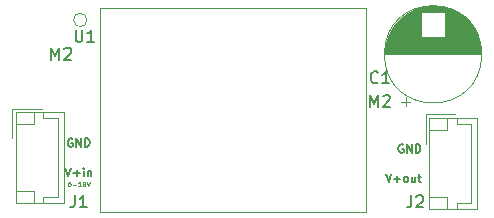
<source format=gbr>
G04 #@! TF.GenerationSoftware,KiCad,Pcbnew,5.1.5-52549c5~84~ubuntu18.04.1*
G04 #@! TF.CreationDate,2020-02-24T15:44:40+01:00*
G04 #@! TF.ProjectId,osat_dcdc_board,6f736174-5f64-4636-9463-5f626f617264,rev?*
G04 #@! TF.SameCoordinates,Original*
G04 #@! TF.FileFunction,Legend,Top*
G04 #@! TF.FilePolarity,Positive*
%FSLAX46Y46*%
G04 Gerber Fmt 4.6, Leading zero omitted, Abs format (unit mm)*
G04 Created by KiCad (PCBNEW 5.1.5-52549c5~84~ubuntu18.04.1) date 2020-02-24 15:44:40*
%MOMM*%
%LPD*%
G04 APERTURE LIST*
%ADD10C,0.150000*%
%ADD11C,0.100000*%
%ADD12C,0.120000*%
G04 APERTURE END LIST*
D10*
X154000000Y-112616666D02*
X154233333Y-113316666D01*
X154466666Y-112616666D01*
X154700000Y-113050000D02*
X155233333Y-113050000D01*
X154966666Y-113316666D02*
X154966666Y-112783333D01*
X155666666Y-113316666D02*
X155600000Y-113283333D01*
X155566666Y-113250000D01*
X155533333Y-113183333D01*
X155533333Y-112983333D01*
X155566666Y-112916666D01*
X155600000Y-112883333D01*
X155666666Y-112850000D01*
X155766666Y-112850000D01*
X155833333Y-112883333D01*
X155866666Y-112916666D01*
X155900000Y-112983333D01*
X155900000Y-113183333D01*
X155866666Y-113250000D01*
X155833333Y-113283333D01*
X155766666Y-113316666D01*
X155666666Y-113316666D01*
X156500000Y-112850000D02*
X156500000Y-113316666D01*
X156200000Y-112850000D02*
X156200000Y-113216666D01*
X156233333Y-113283333D01*
X156300000Y-113316666D01*
X156400000Y-113316666D01*
X156466666Y-113283333D01*
X156500000Y-113250000D01*
X156733333Y-112850000D02*
X157000000Y-112850000D01*
X156833333Y-112616666D02*
X156833333Y-113216666D01*
X156866666Y-113283333D01*
X156933333Y-113316666D01*
X157000000Y-113316666D01*
X155466666Y-110150000D02*
X155400000Y-110116666D01*
X155300000Y-110116666D01*
X155200000Y-110150000D01*
X155133333Y-110216666D01*
X155100000Y-110283333D01*
X155066666Y-110416666D01*
X155066666Y-110516666D01*
X155100000Y-110650000D01*
X155133333Y-110716666D01*
X155200000Y-110783333D01*
X155300000Y-110816666D01*
X155366666Y-110816666D01*
X155466666Y-110783333D01*
X155500000Y-110750000D01*
X155500000Y-110516666D01*
X155366666Y-110516666D01*
X155800000Y-110816666D02*
X155800000Y-110116666D01*
X156200000Y-110816666D01*
X156200000Y-110116666D01*
X156533333Y-110816666D02*
X156533333Y-110116666D01*
X156700000Y-110116666D01*
X156800000Y-110150000D01*
X156866666Y-110216666D01*
X156900000Y-110283333D01*
X156933333Y-110416666D01*
X156933333Y-110516666D01*
X156900000Y-110650000D01*
X156866666Y-110716666D01*
X156800000Y-110783333D01*
X156700000Y-110816666D01*
X156533333Y-110816666D01*
D11*
X127276190Y-113280952D02*
X127200000Y-113280952D01*
X127161904Y-113300000D01*
X127142857Y-113319047D01*
X127104761Y-113376190D01*
X127085714Y-113452380D01*
X127085714Y-113604761D01*
X127104761Y-113642857D01*
X127123809Y-113661904D01*
X127161904Y-113680952D01*
X127238095Y-113680952D01*
X127276190Y-113661904D01*
X127295238Y-113642857D01*
X127314285Y-113604761D01*
X127314285Y-113509523D01*
X127295238Y-113471428D01*
X127276190Y-113452380D01*
X127238095Y-113433333D01*
X127161904Y-113433333D01*
X127123809Y-113452380D01*
X127104761Y-113471428D01*
X127085714Y-113509523D01*
X127485714Y-113528571D02*
X127790476Y-113528571D01*
X128190476Y-113680952D02*
X127961904Y-113680952D01*
X128076190Y-113680952D02*
X128076190Y-113280952D01*
X128038095Y-113338095D01*
X128000000Y-113376190D01*
X127961904Y-113395238D01*
X128419047Y-113452380D02*
X128380952Y-113433333D01*
X128361904Y-113414285D01*
X128342857Y-113376190D01*
X128342857Y-113357142D01*
X128361904Y-113319047D01*
X128380952Y-113300000D01*
X128419047Y-113280952D01*
X128495238Y-113280952D01*
X128533333Y-113300000D01*
X128552380Y-113319047D01*
X128571428Y-113357142D01*
X128571428Y-113376190D01*
X128552380Y-113414285D01*
X128533333Y-113433333D01*
X128495238Y-113452380D01*
X128419047Y-113452380D01*
X128380952Y-113471428D01*
X128361904Y-113490476D01*
X128342857Y-113528571D01*
X128342857Y-113604761D01*
X128361904Y-113642857D01*
X128380952Y-113661904D01*
X128419047Y-113680952D01*
X128495238Y-113680952D01*
X128533333Y-113661904D01*
X128552380Y-113642857D01*
X128571428Y-113604761D01*
X128571428Y-113528571D01*
X128552380Y-113490476D01*
X128533333Y-113471428D01*
X128495238Y-113452380D01*
X128685714Y-113280952D02*
X128819047Y-113680952D01*
X128952380Y-113280952D01*
D10*
X126850000Y-112116666D02*
X127083333Y-112816666D01*
X127316666Y-112116666D01*
X127550000Y-112550000D02*
X128083333Y-112550000D01*
X127816666Y-112816666D02*
X127816666Y-112283333D01*
X128416666Y-112816666D02*
X128416666Y-112350000D01*
X128416666Y-112116666D02*
X128383333Y-112150000D01*
X128416666Y-112183333D01*
X128450000Y-112150000D01*
X128416666Y-112116666D01*
X128416666Y-112183333D01*
X128750000Y-112350000D02*
X128750000Y-112816666D01*
X128750000Y-112416666D02*
X128783333Y-112383333D01*
X128850000Y-112350000D01*
X128950000Y-112350000D01*
X129016666Y-112383333D01*
X129050000Y-112450000D01*
X129050000Y-112816666D01*
X127466666Y-109650000D02*
X127400000Y-109616666D01*
X127300000Y-109616666D01*
X127200000Y-109650000D01*
X127133333Y-109716666D01*
X127100000Y-109783333D01*
X127066666Y-109916666D01*
X127066666Y-110016666D01*
X127100000Y-110150000D01*
X127133333Y-110216666D01*
X127200000Y-110283333D01*
X127300000Y-110316666D01*
X127366666Y-110316666D01*
X127466666Y-110283333D01*
X127500000Y-110250000D01*
X127500000Y-110016666D01*
X127366666Y-110016666D01*
X127800000Y-110316666D02*
X127800000Y-109616666D01*
X128200000Y-110316666D01*
X128200000Y-109616666D01*
X128533333Y-110316666D02*
X128533333Y-109616666D01*
X128700000Y-109616666D01*
X128800000Y-109650000D01*
X128866666Y-109716666D01*
X128900000Y-109783333D01*
X128933333Y-109916666D01*
X128933333Y-110016666D01*
X128900000Y-110150000D01*
X128866666Y-110216666D01*
X128800000Y-110283333D01*
X128700000Y-110316666D01*
X128533333Y-110316666D01*
D12*
X126710000Y-107390000D02*
X122690000Y-107390000D01*
X122690000Y-107390000D02*
X122690000Y-115110000D01*
X122690000Y-115110000D02*
X126710000Y-115110000D01*
X126710000Y-115110000D02*
X126710000Y-107390000D01*
X125000000Y-107390000D02*
X125000000Y-107890000D01*
X125000000Y-107890000D02*
X126210000Y-107890000D01*
X126210000Y-107890000D02*
X126210000Y-114610000D01*
X126210000Y-114610000D02*
X125000000Y-114610000D01*
X125000000Y-114610000D02*
X125000000Y-115110000D01*
X124190000Y-107390000D02*
X124190000Y-108390000D01*
X124190000Y-108390000D02*
X122690000Y-108390000D01*
X124190000Y-115110000D02*
X124190000Y-114110000D01*
X124190000Y-114110000D02*
X122690000Y-114110000D01*
X124890000Y-107090000D02*
X122390000Y-107090000D01*
X122390000Y-107090000D02*
X122390000Y-109590000D01*
X157390000Y-107590000D02*
X157390000Y-110090000D01*
X159890000Y-107590000D02*
X157390000Y-107590000D01*
X159190000Y-114610000D02*
X157690000Y-114610000D01*
X159190000Y-115610000D02*
X159190000Y-114610000D01*
X159190000Y-108890000D02*
X157690000Y-108890000D01*
X159190000Y-107890000D02*
X159190000Y-108890000D01*
X160000000Y-115110000D02*
X160000000Y-115610000D01*
X161210000Y-115110000D02*
X160000000Y-115110000D01*
X161210000Y-108390000D02*
X161210000Y-115110000D01*
X160000000Y-108390000D02*
X161210000Y-108390000D01*
X160000000Y-107890000D02*
X160000000Y-108390000D01*
X161710000Y-115610000D02*
X161710000Y-107890000D01*
X157690000Y-115610000D02*
X161710000Y-115610000D01*
X157690000Y-107890000D02*
X157690000Y-115610000D01*
X161710000Y-107890000D02*
X157690000Y-107890000D01*
X129831962Y-98560001D02*
X152331962Y-98560001D01*
X152331962Y-98560001D02*
X152331962Y-115860001D01*
X129831962Y-115860001D02*
X152331962Y-115860001D01*
X129831962Y-115860001D02*
X129831962Y-98560001D01*
X128695923Y-99590001D02*
G75*
G03X128695923Y-99590001I-567961J0D01*
G01*
X162120000Y-102500000D02*
G75*
G03X162120000Y-102500000I-4120000J0D01*
G01*
X153920000Y-102500000D02*
X162080000Y-102500000D01*
X153920000Y-102460000D02*
X162080000Y-102460000D01*
X153920000Y-102420000D02*
X162080000Y-102420000D01*
X153921000Y-102380000D02*
X162079000Y-102380000D01*
X153923000Y-102340000D02*
X162077000Y-102340000D01*
X153924000Y-102300000D02*
X162076000Y-102300000D01*
X153926000Y-102260000D02*
X162074000Y-102260000D01*
X153929000Y-102220000D02*
X162071000Y-102220000D01*
X153932000Y-102180000D02*
X162068000Y-102180000D01*
X153935000Y-102140000D02*
X162065000Y-102140000D01*
X153939000Y-102100000D02*
X162061000Y-102100000D01*
X153943000Y-102060000D02*
X162057000Y-102060000D01*
X153948000Y-102020000D02*
X162052000Y-102020000D01*
X153952000Y-101980000D02*
X162048000Y-101980000D01*
X153958000Y-101940000D02*
X162042000Y-101940000D01*
X153963000Y-101900000D02*
X162037000Y-101900000D01*
X153970000Y-101860000D02*
X162030000Y-101860000D01*
X153976000Y-101820000D02*
X162024000Y-101820000D01*
X153983000Y-101779000D02*
X162017000Y-101779000D01*
X153990000Y-101739000D02*
X162010000Y-101739000D01*
X153998000Y-101699000D02*
X162002000Y-101699000D01*
X154006000Y-101659000D02*
X161994000Y-101659000D01*
X154015000Y-101619000D02*
X161985000Y-101619000D01*
X154024000Y-101579000D02*
X161976000Y-101579000D01*
X154033000Y-101539000D02*
X161967000Y-101539000D01*
X154043000Y-101499000D02*
X161957000Y-101499000D01*
X154053000Y-101459000D02*
X161947000Y-101459000D01*
X154064000Y-101419000D02*
X161936000Y-101419000D01*
X154075000Y-101379000D02*
X161925000Y-101379000D01*
X154086000Y-101339000D02*
X161914000Y-101339000D01*
X154098000Y-101299000D02*
X161902000Y-101299000D01*
X154111000Y-101259000D02*
X161889000Y-101259000D01*
X154123000Y-101219000D02*
X161877000Y-101219000D01*
X154137000Y-101179000D02*
X161863000Y-101179000D01*
X154150000Y-101139000D02*
X161850000Y-101139000D01*
X154165000Y-101099000D02*
X161835000Y-101099000D01*
X154179000Y-101059000D02*
X161821000Y-101059000D01*
X154195000Y-101019000D02*
X156960000Y-101019000D01*
X159040000Y-101019000D02*
X161805000Y-101019000D01*
X154210000Y-100979000D02*
X156960000Y-100979000D01*
X159040000Y-100979000D02*
X161790000Y-100979000D01*
X154226000Y-100939000D02*
X156960000Y-100939000D01*
X159040000Y-100939000D02*
X161774000Y-100939000D01*
X154243000Y-100899000D02*
X156960000Y-100899000D01*
X159040000Y-100899000D02*
X161757000Y-100899000D01*
X154260000Y-100859000D02*
X156960000Y-100859000D01*
X159040000Y-100859000D02*
X161740000Y-100859000D01*
X154278000Y-100819000D02*
X156960000Y-100819000D01*
X159040000Y-100819000D02*
X161722000Y-100819000D01*
X154296000Y-100779000D02*
X156960000Y-100779000D01*
X159040000Y-100779000D02*
X161704000Y-100779000D01*
X154314000Y-100739000D02*
X156960000Y-100739000D01*
X159040000Y-100739000D02*
X161686000Y-100739000D01*
X154334000Y-100699000D02*
X156960000Y-100699000D01*
X159040000Y-100699000D02*
X161666000Y-100699000D01*
X154353000Y-100659000D02*
X156960000Y-100659000D01*
X159040000Y-100659000D02*
X161647000Y-100659000D01*
X154373000Y-100619000D02*
X156960000Y-100619000D01*
X159040000Y-100619000D02*
X161627000Y-100619000D01*
X154394000Y-100579000D02*
X156960000Y-100579000D01*
X159040000Y-100579000D02*
X161606000Y-100579000D01*
X154416000Y-100539000D02*
X156960000Y-100539000D01*
X159040000Y-100539000D02*
X161584000Y-100539000D01*
X154438000Y-100499000D02*
X156960000Y-100499000D01*
X159040000Y-100499000D02*
X161562000Y-100499000D01*
X154460000Y-100459000D02*
X156960000Y-100459000D01*
X159040000Y-100459000D02*
X161540000Y-100459000D01*
X154483000Y-100419000D02*
X156960000Y-100419000D01*
X159040000Y-100419000D02*
X161517000Y-100419000D01*
X154507000Y-100379000D02*
X156960000Y-100379000D01*
X159040000Y-100379000D02*
X161493000Y-100379000D01*
X154531000Y-100339000D02*
X156960000Y-100339000D01*
X159040000Y-100339000D02*
X161469000Y-100339000D01*
X154556000Y-100299000D02*
X156960000Y-100299000D01*
X159040000Y-100299000D02*
X161444000Y-100299000D01*
X154582000Y-100259000D02*
X156960000Y-100259000D01*
X159040000Y-100259000D02*
X161418000Y-100259000D01*
X154608000Y-100219000D02*
X156960000Y-100219000D01*
X159040000Y-100219000D02*
X161392000Y-100219000D01*
X154635000Y-100179000D02*
X156960000Y-100179000D01*
X159040000Y-100179000D02*
X161365000Y-100179000D01*
X154662000Y-100139000D02*
X156960000Y-100139000D01*
X159040000Y-100139000D02*
X161338000Y-100139000D01*
X154691000Y-100099000D02*
X156960000Y-100099000D01*
X159040000Y-100099000D02*
X161309000Y-100099000D01*
X154720000Y-100059000D02*
X156960000Y-100059000D01*
X159040000Y-100059000D02*
X161280000Y-100059000D01*
X154750000Y-100019000D02*
X156960000Y-100019000D01*
X159040000Y-100019000D02*
X161250000Y-100019000D01*
X154780000Y-99979000D02*
X156960000Y-99979000D01*
X159040000Y-99979000D02*
X161220000Y-99979000D01*
X154811000Y-99939000D02*
X156960000Y-99939000D01*
X159040000Y-99939000D02*
X161189000Y-99939000D01*
X154844000Y-99899000D02*
X156960000Y-99899000D01*
X159040000Y-99899000D02*
X161156000Y-99899000D01*
X154876000Y-99859000D02*
X156960000Y-99859000D01*
X159040000Y-99859000D02*
X161124000Y-99859000D01*
X154910000Y-99819000D02*
X156960000Y-99819000D01*
X159040000Y-99819000D02*
X161090000Y-99819000D01*
X154945000Y-99779000D02*
X156960000Y-99779000D01*
X159040000Y-99779000D02*
X161055000Y-99779000D01*
X154981000Y-99739000D02*
X156960000Y-99739000D01*
X159040000Y-99739000D02*
X161019000Y-99739000D01*
X155017000Y-99699000D02*
X156960000Y-99699000D01*
X159040000Y-99699000D02*
X160983000Y-99699000D01*
X155055000Y-99659000D02*
X156960000Y-99659000D01*
X159040000Y-99659000D02*
X160945000Y-99659000D01*
X155093000Y-99619000D02*
X156960000Y-99619000D01*
X159040000Y-99619000D02*
X160907000Y-99619000D01*
X155133000Y-99579000D02*
X156960000Y-99579000D01*
X159040000Y-99579000D02*
X160867000Y-99579000D01*
X155174000Y-99539000D02*
X156960000Y-99539000D01*
X159040000Y-99539000D02*
X160826000Y-99539000D01*
X155216000Y-99499000D02*
X156960000Y-99499000D01*
X159040000Y-99499000D02*
X160784000Y-99499000D01*
X155259000Y-99459000D02*
X156960000Y-99459000D01*
X159040000Y-99459000D02*
X160741000Y-99459000D01*
X155303000Y-99419000D02*
X156960000Y-99419000D01*
X159040000Y-99419000D02*
X160697000Y-99419000D01*
X155349000Y-99379000D02*
X156960000Y-99379000D01*
X159040000Y-99379000D02*
X160651000Y-99379000D01*
X155396000Y-99339000D02*
X156960000Y-99339000D01*
X159040000Y-99339000D02*
X160604000Y-99339000D01*
X155444000Y-99299000D02*
X156960000Y-99299000D01*
X159040000Y-99299000D02*
X160556000Y-99299000D01*
X155495000Y-99259000D02*
X156960000Y-99259000D01*
X159040000Y-99259000D02*
X160505000Y-99259000D01*
X155546000Y-99219000D02*
X156960000Y-99219000D01*
X159040000Y-99219000D02*
X160454000Y-99219000D01*
X155600000Y-99179000D02*
X156960000Y-99179000D01*
X159040000Y-99179000D02*
X160400000Y-99179000D01*
X155655000Y-99139000D02*
X156960000Y-99139000D01*
X159040000Y-99139000D02*
X160345000Y-99139000D01*
X155713000Y-99099000D02*
X156960000Y-99099000D01*
X159040000Y-99099000D02*
X160287000Y-99099000D01*
X155772000Y-99059000D02*
X156960000Y-99059000D01*
X159040000Y-99059000D02*
X160228000Y-99059000D01*
X155834000Y-99019000D02*
X156960000Y-99019000D01*
X159040000Y-99019000D02*
X160166000Y-99019000D01*
X155898000Y-98979000D02*
X156960000Y-98979000D01*
X159040000Y-98979000D02*
X160102000Y-98979000D01*
X155966000Y-98939000D02*
X160034000Y-98939000D01*
X156036000Y-98899000D02*
X159964000Y-98899000D01*
X156110000Y-98859000D02*
X159890000Y-98859000D01*
X156187000Y-98819000D02*
X159813000Y-98819000D01*
X156269000Y-98779000D02*
X159731000Y-98779000D01*
X156355000Y-98739000D02*
X159645000Y-98739000D01*
X156448000Y-98699000D02*
X159552000Y-98699000D01*
X156547000Y-98659000D02*
X159453000Y-98659000D01*
X156654000Y-98619000D02*
X159346000Y-98619000D01*
X156771000Y-98579000D02*
X159229000Y-98579000D01*
X156902000Y-98539000D02*
X159098000Y-98539000D01*
X157052000Y-98499000D02*
X158948000Y-98499000D01*
X157232000Y-98459000D02*
X158768000Y-98459000D01*
X157467000Y-98419000D02*
X158533000Y-98419000D01*
X155685000Y-106909698D02*
X155685000Y-106109698D01*
X155285000Y-106509698D02*
X156085000Y-106509698D01*
D10*
X152690476Y-106952380D02*
X152690476Y-105952380D01*
X153023809Y-106666666D01*
X153357142Y-105952380D01*
X153357142Y-106952380D01*
X153785714Y-106047619D02*
X153833333Y-106000000D01*
X153928571Y-105952380D01*
X154166666Y-105952380D01*
X154261904Y-106000000D01*
X154309523Y-106047619D01*
X154357142Y-106142857D01*
X154357142Y-106238095D01*
X154309523Y-106380952D01*
X153738095Y-106952380D01*
X154357142Y-106952380D01*
X125690476Y-102952380D02*
X125690476Y-101952380D01*
X126023809Y-102666666D01*
X126357142Y-101952380D01*
X126357142Y-102952380D01*
X126785714Y-102047619D02*
X126833333Y-102000000D01*
X126928571Y-101952380D01*
X127166666Y-101952380D01*
X127261904Y-102000000D01*
X127309523Y-102047619D01*
X127357142Y-102142857D01*
X127357142Y-102238095D01*
X127309523Y-102380952D01*
X126738095Y-102952380D01*
X127357142Y-102952380D01*
X127666666Y-114452380D02*
X127666666Y-115166666D01*
X127619047Y-115309523D01*
X127523809Y-115404761D01*
X127380952Y-115452380D01*
X127285714Y-115452380D01*
X128666666Y-115452380D02*
X128095238Y-115452380D01*
X128380952Y-115452380D02*
X128380952Y-114452380D01*
X128285714Y-114595238D01*
X128190476Y-114690476D01*
X128095238Y-114738095D01*
X156166666Y-114452380D02*
X156166666Y-115166666D01*
X156119047Y-115309523D01*
X156023809Y-115404761D01*
X155880952Y-115452380D01*
X155785714Y-115452380D01*
X156595238Y-114547619D02*
X156642857Y-114500000D01*
X156738095Y-114452380D01*
X156976190Y-114452380D01*
X157071428Y-114500000D01*
X157119047Y-114547619D01*
X157166666Y-114642857D01*
X157166666Y-114738095D01*
X157119047Y-114880952D01*
X156547619Y-115452380D01*
X157166666Y-115452380D01*
X127738095Y-100452380D02*
X127738095Y-101261904D01*
X127785714Y-101357142D01*
X127833333Y-101404761D01*
X127928571Y-101452380D01*
X128119047Y-101452380D01*
X128214285Y-101404761D01*
X128261904Y-101357142D01*
X128309523Y-101261904D01*
X128309523Y-100452380D01*
X129309523Y-101452380D02*
X128738095Y-101452380D01*
X129023809Y-101452380D02*
X129023809Y-100452380D01*
X128928571Y-100595238D01*
X128833333Y-100690476D01*
X128738095Y-100738095D01*
X153333333Y-104857142D02*
X153285714Y-104904761D01*
X153142857Y-104952380D01*
X153047619Y-104952380D01*
X152904761Y-104904761D01*
X152809523Y-104809523D01*
X152761904Y-104714285D01*
X152714285Y-104523809D01*
X152714285Y-104380952D01*
X152761904Y-104190476D01*
X152809523Y-104095238D01*
X152904761Y-104000000D01*
X153047619Y-103952380D01*
X153142857Y-103952380D01*
X153285714Y-104000000D01*
X153333333Y-104047619D01*
X154285714Y-104952380D02*
X153714285Y-104952380D01*
X154000000Y-104952380D02*
X154000000Y-103952380D01*
X153904761Y-104095238D01*
X153809523Y-104190476D01*
X153714285Y-104238095D01*
M02*

</source>
